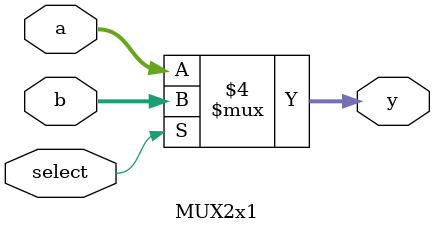
<source format=v>
module MUX2x1 (
  input wire [31:0] a,
  input wire [31:0] b,
  input wire select,
  output reg [31:0] y
);

  always @(select) begin
    // 2x1 MUX logic
    if (select == 0)
      y = a;
    else
      y = b;
  end

endmodule

</source>
